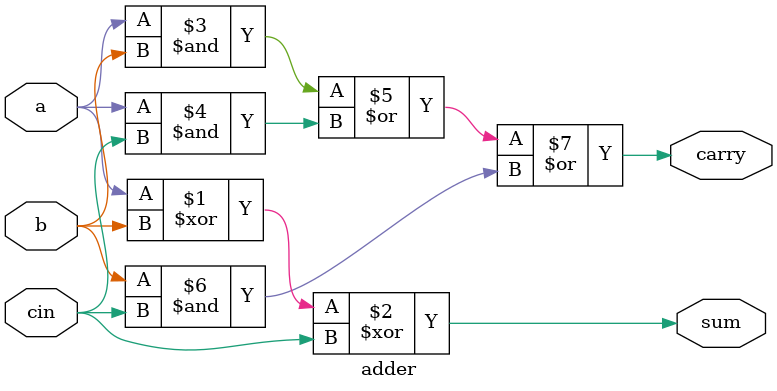
<source format=v>
module adder(sum, carry, a, b, cin);
    input a, b, cin;
    output sum, carry;

    assign sum = a ^ b ^ cin;
    assign carry = (a & b) | (a & cin) | (b & cin);

endmodule

</source>
